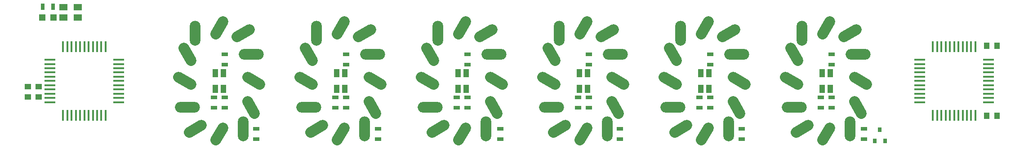
<source format=gbr>
G04 #@! TF.FileFunction,Paste,Top*
%FSLAX46Y46*%
G04 Gerber Fmt 4.6, Leading zero omitted, Abs format (unit mm)*
G04 Created by KiCad (PCBNEW 4.0.2-stable) date 13/08/2017 21:16:23*
%MOMM*%
G01*
G04 APERTURE LIST*
%ADD10C,0.100000*%
%ADD11R,1.000000X1.250000*%
%ADD12R,1.250000X1.000000*%
%ADD13R,1.100000X1.500000*%
%ADD14R,1.198880X1.198880*%
%ADD15R,1.300000X0.700000*%
%ADD16R,0.700000X1.300000*%
%ADD17R,0.404400X1.998000*%
%ADD18R,1.998000X0.404400*%
%ADD19C,2.000000*%
%ADD20O,4.700000X2.000000*%
%ADD21O,2.000000X4.700000*%
%ADD22R,0.797560X0.899160*%
%ADD23R,1.500000X1.300000*%
G04 APERTURE END LIST*
D10*
D11*
X245602000Y-70104000D03*
X243602000Y-70104000D03*
D12*
X62992000Y-66532000D03*
X62992000Y-64532000D03*
D11*
X243602000Y-56896000D03*
X245602000Y-56896000D03*
D12*
X65024000Y-66532000D03*
X65024000Y-64532000D03*
D13*
X99810000Y-62000000D03*
X99810000Y-65000000D03*
X98310000Y-65000000D03*
X98310000Y-62000000D03*
X122670000Y-62000000D03*
X122670000Y-65000000D03*
X121170000Y-65000000D03*
X121170000Y-62000000D03*
X145530000Y-62000000D03*
X145530000Y-65000000D03*
X144030000Y-65000000D03*
X144030000Y-62000000D03*
X168390000Y-62000000D03*
X168390000Y-65000000D03*
X166890000Y-65000000D03*
X166890000Y-62000000D03*
D14*
X65732660Y-51526440D03*
X67830700Y-51526440D03*
D13*
X191250000Y-62000000D03*
X191250000Y-65000000D03*
X189750000Y-65000000D03*
X189750000Y-62000000D03*
X214110000Y-62000000D03*
X214110000Y-65000000D03*
X212610000Y-65000000D03*
X212610000Y-62000000D03*
D15*
X100076000Y-60386000D03*
X100076000Y-58486000D03*
X100076000Y-66614000D03*
X100076000Y-68514000D03*
X98044000Y-66614000D03*
X98044000Y-68514000D03*
X106000000Y-74450000D03*
X106000000Y-72550000D03*
X129000000Y-74450000D03*
X129000000Y-72550000D03*
X152000000Y-74450000D03*
X152000000Y-72550000D03*
X174500000Y-74450000D03*
X174500000Y-72550000D03*
X197500000Y-74450000D03*
X197500000Y-72550000D03*
X220500000Y-74450000D03*
X220500000Y-72550000D03*
X122936000Y-60386000D03*
X122936000Y-58486000D03*
X122936000Y-66614000D03*
X122936000Y-68514000D03*
X120904000Y-66614000D03*
X120904000Y-68514000D03*
X145796000Y-60386000D03*
X145796000Y-58486000D03*
X145796000Y-66614000D03*
X145796000Y-68514000D03*
X143764000Y-66614000D03*
X143764000Y-68514000D03*
X168656000Y-60386000D03*
X168656000Y-58486000D03*
X168656000Y-66614000D03*
X168656000Y-68514000D03*
D16*
X65824060Y-49537620D03*
X67724060Y-49537620D03*
D15*
X166624000Y-66614000D03*
X166624000Y-68514000D03*
X191516000Y-60386000D03*
X191516000Y-58486000D03*
X191516000Y-66614000D03*
X191516000Y-68514000D03*
X189484000Y-66614000D03*
X189484000Y-68514000D03*
X214376000Y-60386000D03*
X214376000Y-58486000D03*
X214376000Y-66614000D03*
X214376000Y-68514000D03*
X212344000Y-66614000D03*
X212344000Y-68514000D03*
D17*
X73660000Y-70000000D03*
X74460100Y-70000000D03*
X75260200Y-70000000D03*
X76060300Y-70000000D03*
X76860400Y-70000000D03*
X77660500Y-70000000D03*
X72859900Y-70000000D03*
X72059800Y-70000000D03*
X71259700Y-70000000D03*
X70459600Y-70000000D03*
X69659500Y-70000000D03*
X73660000Y-57000000D03*
X74460100Y-57000000D03*
X75260200Y-57000000D03*
X76060300Y-57000000D03*
X76860400Y-57000000D03*
X77660500Y-57000000D03*
X72859900Y-57000000D03*
X72059800Y-57000000D03*
X71259700Y-57000000D03*
X70459600Y-57000000D03*
X69659500Y-57000000D03*
D18*
X80160000Y-63500000D03*
X67160000Y-63500000D03*
X80160000Y-62699900D03*
X67160000Y-62700000D03*
X67160000Y-61900000D03*
X80160000Y-61899800D03*
X80160000Y-61099700D03*
X67160000Y-61100000D03*
X67160000Y-60300000D03*
X80160000Y-60299600D03*
X80160000Y-59499500D03*
X67160000Y-59500000D03*
X67160000Y-64300000D03*
X80160000Y-64300100D03*
X80160000Y-65100200D03*
X67160000Y-65100000D03*
X67160000Y-65900000D03*
X80160000Y-65900300D03*
X80160000Y-66700400D03*
X67160000Y-66700000D03*
X67160000Y-67500000D03*
X80160000Y-67500500D03*
D17*
X237490000Y-57000000D03*
X236689900Y-57000000D03*
X235889800Y-57000000D03*
X235089700Y-57000000D03*
X234289600Y-57000000D03*
X233489500Y-57000000D03*
X238290100Y-57000000D03*
X239090200Y-57000000D03*
X239890300Y-57000000D03*
X240690400Y-57000000D03*
X241490500Y-57000000D03*
X237490000Y-70000000D03*
X236689900Y-70000000D03*
X235889800Y-70000000D03*
X235089700Y-70000000D03*
X234289600Y-70000000D03*
X233489500Y-70000000D03*
X238290100Y-70000000D03*
X239090200Y-70000000D03*
X239890300Y-70000000D03*
X240690400Y-70000000D03*
X241490500Y-70000000D03*
D18*
X230990000Y-63500000D03*
X243990000Y-63500000D03*
X230990000Y-64300100D03*
X243990000Y-64300000D03*
X243990000Y-65100000D03*
X230990000Y-65100200D03*
X230990000Y-65900300D03*
X243990000Y-65900000D03*
X243990000Y-66700000D03*
X230990000Y-66700400D03*
X230990000Y-67500500D03*
X243990000Y-67500000D03*
X243990000Y-62700000D03*
X230990000Y-62699900D03*
X230990000Y-61899800D03*
X243990000Y-61900000D03*
X243990000Y-61100000D03*
X230990000Y-61099700D03*
X230990000Y-60299600D03*
X243990000Y-60300000D03*
X243990000Y-59500000D03*
X230990000Y-59499500D03*
D19*
X105735000Y-69669134D02*
X104385000Y-67330866D01*
X93390866Y-73175000D02*
X95729134Y-71825000D01*
D20*
X93060000Y-68500000D03*
D19*
X93729134Y-64175000D02*
X91390866Y-62825000D01*
X93735000Y-59669134D02*
X92385000Y-57330866D01*
D21*
X94560000Y-54500000D03*
D19*
X98385000Y-54669134D02*
X99735000Y-52330866D01*
X102390866Y-55175000D02*
X104729134Y-53825000D01*
D20*
X105060000Y-58500000D03*
D19*
X106729134Y-64175000D02*
X104390866Y-62825000D01*
D21*
X103560000Y-72500000D03*
D19*
X98385000Y-74669134D02*
X99735000Y-72330866D01*
X151455000Y-69669134D02*
X150105000Y-67330866D01*
X139110866Y-73175000D02*
X141449134Y-71825000D01*
D20*
X138780000Y-68500000D03*
D19*
X139449134Y-64175000D02*
X137110866Y-62825000D01*
X139455000Y-59669134D02*
X138105000Y-57330866D01*
D21*
X140280000Y-54500000D03*
D19*
X144105000Y-54669134D02*
X145455000Y-52330866D01*
X148110866Y-55175000D02*
X150449134Y-53825000D01*
D20*
X150780000Y-58500000D03*
D19*
X152449134Y-64175000D02*
X150110866Y-62825000D01*
D21*
X149280000Y-72500000D03*
D19*
X144105000Y-74669134D02*
X145455000Y-72330866D01*
X174315000Y-69669134D02*
X172965000Y-67330866D01*
X161970866Y-73175000D02*
X164309134Y-71825000D01*
D20*
X161640000Y-68500000D03*
D19*
X162309134Y-64175000D02*
X159970866Y-62825000D01*
X162315000Y-59669134D02*
X160965000Y-57330866D01*
D21*
X163140000Y-54500000D03*
D19*
X166965000Y-54669134D02*
X168315000Y-52330866D01*
X170970866Y-55175000D02*
X173309134Y-53825000D01*
D20*
X173640000Y-58500000D03*
D19*
X175309134Y-64175000D02*
X172970866Y-62825000D01*
D21*
X172140000Y-72500000D03*
D19*
X166965000Y-74669134D02*
X168315000Y-72330866D01*
X197175000Y-69669134D02*
X195825000Y-67330866D01*
X184830866Y-73175000D02*
X187169134Y-71825000D01*
D20*
X184500000Y-68500000D03*
D19*
X185169134Y-64175000D02*
X182830866Y-62825000D01*
X185175000Y-59669134D02*
X183825000Y-57330866D01*
D21*
X186000000Y-54500000D03*
D19*
X189825000Y-54669134D02*
X191175000Y-52330866D01*
X193830866Y-55175000D02*
X196169134Y-53825000D01*
D20*
X196500000Y-58500000D03*
D19*
X198169134Y-64175000D02*
X195830866Y-62825000D01*
D21*
X195000000Y-72500000D03*
D19*
X189825000Y-74669134D02*
X191175000Y-72330866D01*
X220035000Y-69669134D02*
X218685000Y-67330866D01*
X207690866Y-73175000D02*
X210029134Y-71825000D01*
D20*
X207360000Y-68500000D03*
D19*
X208029134Y-64175000D02*
X205690866Y-62825000D01*
X208035000Y-59669134D02*
X206685000Y-57330866D01*
D21*
X208860000Y-54500000D03*
D19*
X212685000Y-54669134D02*
X214035000Y-52330866D01*
X216690866Y-55175000D02*
X219029134Y-53825000D01*
D20*
X219360000Y-58500000D03*
D19*
X221029134Y-64175000D02*
X218690866Y-62825000D01*
D21*
X217860000Y-72500000D03*
D19*
X212685000Y-74669134D02*
X214035000Y-72330866D01*
X128595000Y-69669134D02*
X127245000Y-67330866D01*
X116250866Y-73175000D02*
X118589134Y-71825000D01*
D20*
X115920000Y-68500000D03*
D19*
X116589134Y-64175000D02*
X114250866Y-62825000D01*
X116595000Y-59669134D02*
X115245000Y-57330866D01*
D21*
X117420000Y-54500000D03*
D19*
X121245000Y-54669134D02*
X122595000Y-52330866D01*
X125250866Y-55175000D02*
X127589134Y-53825000D01*
D20*
X127920000Y-58500000D03*
D19*
X129589134Y-64175000D02*
X127250866Y-62825000D01*
D21*
X126420000Y-72500000D03*
D19*
X121245000Y-74669134D02*
X122595000Y-72330866D01*
D22*
X222544640Y-74810620D03*
X224444560Y-74810620D03*
X223494600Y-72712580D03*
D23*
X69744600Y-49618900D03*
X72444600Y-49618900D03*
X72444600Y-51526440D03*
X69744600Y-51526440D03*
M02*

</source>
